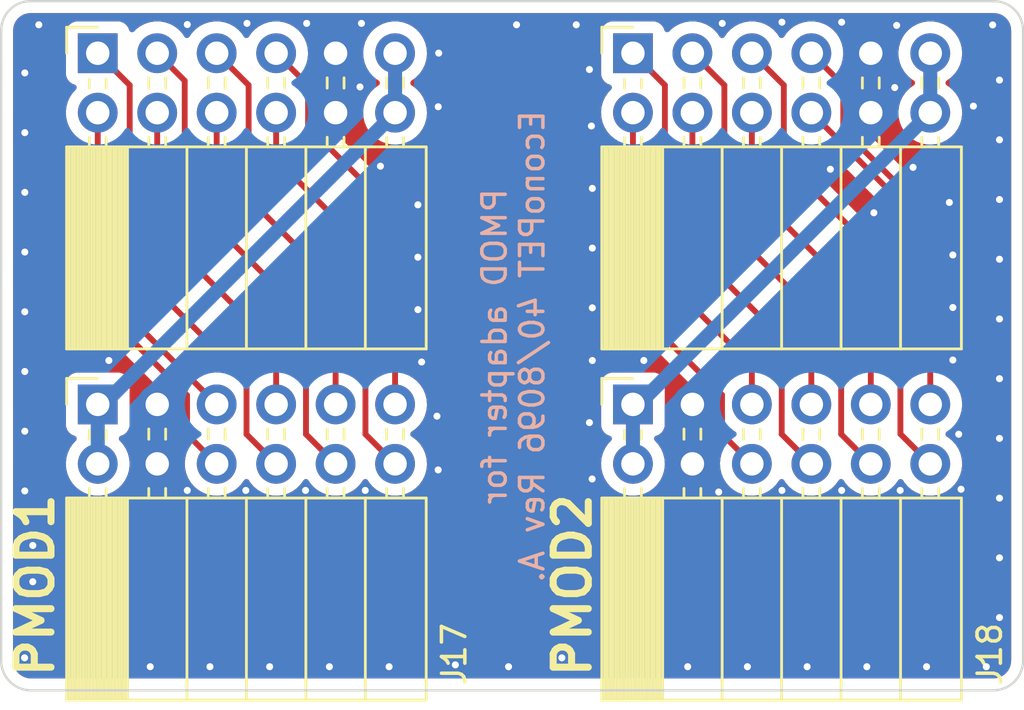
<source format=kicad_pcb>
(kicad_pcb (version 20211014) (generator pcbnew)
  (layers (0 "F.Cu" signal) (31 "B.Cu" signal) (34 "B.Paste" user) (35 "F.Paste" user) (36 "B.SilkS" user "B.Silkscreen") (37 "F.SilkS" user "F.Silkscreen") (38 "B.Mask" user) (39 "F.Mask" user) (44 "Edge.Cuts" user))
  (net 0 "")
  (net 1 "/PMOD1_1")
  (net 2 "/PMOD1_2")
  (net 3 "/PMOD1_3")
  (net 4 "/PMOD1_4")
  (net 5 "/PMOD1_5")
  (net 6 "/PMOD1_6")
  (net 7 "/PMOD1_7")
  (net 8 "/PMOD1_8")
  (net 9 "/PMOD2_1")
  (net 10 "/PMOD2_2")
  (net 11 "/PMOD2_3")
  (net 12 "/PMOD2_4")
  (net 13 "/PMOD2_5")
  (net 14 "/PMOD2_6")
  (net 15 "/PMOD2_7")
  (net 16 "/PMOD2_8")
  (net 17 "Net-(J1-Pad12)")
  (net 18 "Net-(J18-Pad1)")
  (net 19 "GND")
  (footprint "PET:PMOD_Socket_2x06_P2.54mm_Horizontal" (layer "F.Cu") (at 165.535 121.375 90)
    (fp_text reference "J18" (at -10.6732 15.24 90) (layer "F.SilkS"))
    (fp_text value "PMOD2_B")
    (fp_line (start -1.49 12.34) (end -1.05 12.34) (layer "F.SilkS") (width 0.12))
    (fp_line (start -12.63 0.20714) (end -4 0.20714) (layer "F.SilkS") (width 0.12))
    (fp_line (start -12.63 -0.50143) (end -4 -0.50143) (layer "F.SilkS") (width 0.12))
    (fp_line (start -4 -0.36) (end -3.59 -0.36) (layer "F.SilkS") (width 0.12))
    (fp_line (start -12.63 -1.33) (end -4 -1.33) (layer "F.SilkS") (width 0.12))
    (fp_line (start -4 12.34) (end -3.59 12.34) (layer "F.SilkS") (width 0.12))
    (fp_line (start -12.63 8.89) (end -4 8.89) (layer "F.SilkS") (width 0.12))
    (fp_line (start -1.49 9.8) (end -1.05 9.8) (layer "F.SilkS") (width 0.12))
    (fp_line (start -4 10.52) (end -3.59 10.52) (layer "F.SilkS") (width 0.12))
    (fp_line (start -12.63 -1.21) (end -4 -1.21) (layer "F.SilkS") (width 0.12))
    (fp_line (start -12.63 -1.091905) (end -4 -1.091905) (layer "F.SilkS") (width 0.12))
    (fp_line (start -12.63 0.44333) (end -4 0.44333) (layer "F.SilkS") (width 0.12))
    (fp_line (start -4 13.06) (end -3.59 13.06) (layer "F.SilkS") (width 0.12))
    (fp_line (start 1.11 -1.33) (end 1.11 0) (layer "F.SilkS") (width 0.12))
    (fp_line (start -4 7.26) (end -3.59 7.26) (layer "F.SilkS") (width 0.12))
    (fp_line (start -1.49 10.52) (end -1.05 10.52) (layer "F.SilkS") (width 0.12))
    (fp_line (start -4 4.72) (end -3.59 4.72) (layer "F.SilkS") (width 0.12))
    (fp_line (start -1.49 0.36) (end -1.11 0.36) (layer "F.SilkS") (width 0.12))
    (fp_line (start -12.63 0.67952) (end -4 0.67952) (layer "F.SilkS") (width 0.12))
    (fp_line (start -12.63 -0.855715) (end -4 -0.855715) (layer "F.SilkS") (width 0.12))
    (fp_line (start -12.63 -0.619525) (end -4 -0.619525) (layer "F.SilkS") (width 0.12))
    (fp_line (start -12.63 6.35) (end -4 6.35) (layer "F.SilkS") (width 0.12))
    (fp_line (start -4 9.8) (end -3.59 9.8) (layer "F.SilkS") (width 0.12))
    (fp_line (start -12.63 -1.33) (end -12.63 14.03) (layer "F.SilkS") (width 0.12))
    (fp_line (start -12.63 3.81) (end -4 3.81) (layer "F.SilkS") (width 0.12))
    (fp_line (start -12.63 0.089045) (end -4 0.089045) (layer "F.SilkS") (width 0.12))
    (fp_line (start -1.49 2.9) (end -1.05 2.9) (layer "F.SilkS") (width 0.12))
    (fp_line (start -12.63 -0.26524) (end -4 -0.26524) (layer "F.SilkS") (width 0.12))
    (fp_line (start -1.49 2.18) (end -1.05 2.18) (layer "F.SilkS") (width 0.12))
    (fp_line (start -4 0.36) (end -3.59 0.36) (layer "F.SilkS") (width 0.12))
    (fp_line (start -12.63 1.033805) (end -4 1.033805) (layer "F.SilkS") (width 0.12))
    (fp_line (start -1.49 -0.36) (end -1.11 -0.36) (layer "F.SilkS") (width 0.12))
    (fp_line (start -12.63 11.43) (end -4 11.43) (layer "F.SilkS") (width 0.12))
    (fp_line (start -12.63 -0.02905) (end -4 -0.02905) (layer "F.SilkS") (width 0.12))
    (fp_line (start -12.63 14.03) (end -4 14.03) (layer "F.SilkS") (width 0.12))
    (fp_line (start -1.49 7.26) (end -1.05 7.26) (layer "F.SilkS") (width 0.12))
    (fp_line (start -4 -1.33) (end -4 14.03) (layer "F.SilkS") (width 0.12))
    (fp_line (start -1.49 13.06) (end -1.05 13.06) (layer "F.SilkS") (width 0.12))
    (fp_line (start -12.63 -0.383335) (end -4 -0.383335) (layer "F.SilkS") (width 0.12))
    (fp_line (start -1.49 7.98) (end -1.05 7.98) (layer "F.SilkS") (width 0.12))
    (fp_line (start -12.63 -0.73762) (end -4 -0.73762) (layer "F.SilkS") (width 0.12))
    (fp_line (start -12.63 0.561425) (end -4 0.561425) (layer "F.SilkS") (width 0.12))
    (fp_line (start -4 2.18) (end -3.59 2.18) (layer "F.SilkS") (width 0.12))
    (fp_line (start -12.63 -0.147145) (end -4 -0.147145) (layer "F.SilkS") (width 0.12))
    (fp_line (start -1.49 5.44) (end -1.05 5.44) (layer "F.SilkS") (width 0.12))
    (fp_line (start -12.63 0.325235) (end -4 0.325235) (layer "F.SilkS") (width 0.12))
    (fp_line (start -12.63 1.1519) (end -4 1.1519) (layer "F.SilkS") (width 0.12))
    (fp_line (start -12.63 1.27) (end -4 1.27) (layer "F.SilkS") (width 0.12))
    (fp_line (start -12.63 0.797615) (end -4 0.797615) (layer "F.SilkS") (width 0.12))
    (fp_line (start -4 2.9) (end -3.59 2.9) (layer "F.SilkS") (width 0.12))
    (fp_line (start -4 5.44) (end -3.59 5.44) (layer "F.SilkS") (width 0.12))
    (fp_line (start -1.49 4.72) (end -1.05 4.72) (layer "F.SilkS") (width 0.12))
    (fp_line (start -12.63 0.91571) (end -4 0.91571) (layer "F.SilkS") (width 0.12))
    (fp_line (start -12.63 -0.97381) (end -4 -0.97381) (layer "F.SilkS") (width 0.12))
    (fp_line (start -4 7.98) (end -3.59 7.98) (layer "F.SilkS") (width 0.12))
    (fp_line (start 0 -1.33) (end 1.11 -1.33) (layer "F.SilkS") (width 0.12))
    (pad "1" thru_hole rect locked (at 0 0 90) (size 1.7 1.7) (drill 1) (layers *.Cu *.Mask) (net 18 "Net-(J18-Pad1)"))
    (pad "2" thru_hole oval locked (at 0 2.54 90) (size 1.7 1.7) (drill 1) (layers *.Cu *.Mask) (net 19 "GND"))
    (pad "3" thru_hole oval locked (at 0 5.08 90) (size 1.7 1.7) (drill 1) (layers *.Cu *.Mask) (net 9 "/PMOD2_1"))
    (pad "4" thru_hole oval locked (at 0 7.62 90) (size 1.7 1.7) (drill 1) (layers *.Cu *.Mask) (net 10 "/PMOD2_2"))
    (pad "5" thru_hole oval locked (at 0 10.16 90) (size 1.7 1.7) (drill 1) (layers *.Cu *.Mask) (net 11 "/PMOD2_3"))
    (pad "6" thru_hole oval locked (at 0 12.7 90) (size 1.7 1.7) (drill 1) (layers *.Cu *.Mask) (net 12 "/PMOD2_4"))
    (pad "7" thru_hole oval locked (at -2.54 0 90) (size 1.7 1.7) (drill 1) (layers *.Cu *.Mask) (net 18 "Net-(J18-Pad1)"))
    (pad "8" thru_hole oval locked (at -2.54 2.54 90) (size 1.7 1.7) (drill 1) (layers *.Cu *.Mask) (net 19 "GND"))
    (pad "9" thru_hole oval locked (at -2.54 5.08 90) (size 1.7 1.7) (drill 1) (layers *.Cu *.Mask) (net 13 "/PMOD2_5"))
    (pad "10" thru_hole oval locked (at -2.54 7.62 90) (size 1.7 1.7) (drill 1) (layers *.Cu *.Mask) (net 14 "/PMOD2_6"))
    (pad "11" thru_hole oval locked (at -2.54 10.16 90) (size 1.7 1.7) (drill 1) (layers *.Cu *.Mask) (net 15 "/PMOD2_7"))
    (pad "12" thru_hole oval locked (at -2.54 12.7 90) (size 1.7 1.7) (drill 1) (layers *.Cu *.Mask) (net 16 "/PMOD2_8"))
  )
  (footprint "PET:PMOD_Socket_2x06_P2.54mm_Horizontal" (layer "F.Cu") (at 142.675 106.375 90)
    (fp_text reference "J1" hide)
    (fp_text value "PMOD1_A")
    (fp_line (start -4 -0.36) (end -3.59 -0.36) (layer "F.SilkS") (width 0.12))
    (fp_line (start -12.63 -1.33) (end -12.63 14.03) (layer "F.SilkS") (width 0.12))
    (fp_line (start -1.49 4.72) (end -1.05 4.72) (layer "F.SilkS") (width 0.12))
    (fp_line (start -12.63 -1.33) (end -4 -1.33) (layer "F.SilkS") (width 0.12))
    (fp_line (start -12.63 6.35) (end -4 6.35) (layer "F.SilkS") (width 0.12))
    (fp_line (start -1.49 5.44) (end -1.05 5.44) (layer "F.SilkS") (width 0.12))
    (fp_line (start -12.63 0.44333) (end -4 0.44333) (layer "F.SilkS") (width 0.12))
    (fp_line (start -4 -1.33) (end -4 14.03) (layer "F.SilkS") (width 0.12))
    (fp_line (start -12.63 0.67952) (end -4 0.67952) (layer "F.SilkS") (width 0.12))
    (fp_line (start -1.49 2.9) (end -1.05 2.9) (layer "F.SilkS") (width 0.12))
    (fp_line (start -12.63 0.91571) (end -4 0.91571) (layer "F.SilkS") (width 0.12))
    (fp_line (start -12.63 0.089045) (end -4 0.089045) (layer "F.SilkS") (width 0.12))
    (fp_line (start -12.63 -0.383335) (end -4 -0.383335) (layer "F.SilkS") (width 0.12))
    (fp_line (start -12.63 1.033805) (end -4 1.033805) (layer "F.SilkS") (width 0.12))
    (fp_line (start -1.49 9.8) (end -1.05 9.8) (layer "F.SilkS") (width 0.12))
    (fp_line (start -4 10.52) (end -3.59 10.52) (layer "F.SilkS") (width 0.12))
    (fp_line (start -12.63 -0.26524) (end -4 -0.26524) (layer "F.SilkS") (width 0.12))
    (fp_line (start -12.63 -0.619525) (end -4 -0.619525) (layer "F.SilkS") (width 0.12))
    (fp_line (start -1.49 7.26) (end -1.05 7.26) (layer "F.SilkS") (width 0.12))
    (fp_line (start -12.63 -1.091905) (end -4 -1.091905) (layer "F.SilkS") (width 0.12))
    (fp_line (start -4 9.8) (end -3.59 9.8) (layer "F.SilkS") (width 0.12))
    (fp_line (start -12.63 -0.50143) (end -4 -0.50143) (layer "F.SilkS") (width 0.12))
    (fp_line (start 0 -1.33) (end 1.11 -1.33) (layer "F.SilkS") (width 0.12))
    (fp_line (start -12.63 11.43) (end -4 11.43) (layer "F.SilkS") (width 0.12))
    (fp_line (start -1.49 12.34) (end -1.05 12.34) (layer "F.SilkS") (width 0.12))
    (fp_line (start -4 4.72) (end -3.59 4.72) (layer "F.SilkS") (width 0.12))
    (fp_line (start -12.63 0.325235) (end -4 0.325235) (layer "F.SilkS") (width 0.12))
    (fp_line (start -12.63 3.81) (end -4 3.81) (layer "F.SilkS") (width 0.12))
    (fp_line (start -12.63 -0.73762) (end -4 -0.73762) (layer "F.SilkS") (width 0.12))
    (fp_line (start -12.63 8.89) (end -4 8.89) (layer "F.SilkS") (width 0.12))
    (fp_line (start -12.63 0.797615) (end -4 0.797615) (layer "F.SilkS") (width 0.12))
    (fp_line (start -12.63 1.27) (end -4 1.27) (layer "F.SilkS") (width 0.12))
    (fp_line (start -1.49 -0.36) (end -1.11 -0.36) (layer "F.SilkS") (width 0.12))
    (fp_line (start -1.49 2.18) (end -1.05 2.18) (layer "F.SilkS") (width 0.12))
    (fp_line (start -12.63 -0.02905) (end -4 -0.02905) (layer "F.SilkS") (width 0.12))
    (fp_line (start -1.49 0.36) (end -1.11 0.36) (layer "F.SilkS") (width 0.12))
    (fp_line (start -12.63 -0.97381) (end -4 -0.97381) (layer "F.SilkS") (width 0.12))
    (fp_line (start -12.63 -1.21) (end -4 -1.21) (layer "F.SilkS") (width 0.12))
    (fp_line (start -12.63 0.561425) (end -4 0.561425) (layer "F.SilkS") (width 0.12))
    (fp_line (start -4 13.06) (end -3.59 13.06) (layer "F.SilkS") (width 0.12))
    (fp_line (start -12.63 -0.147145) (end -4 -0.147145) (layer "F.SilkS") (width 0.12))
    (fp_line (start -4 5.44) (end -3.59 5.44) (layer "F.SilkS") (width 0.12))
    (fp_line (start -4 0.36) (end -3.59 0.36) (layer "F.SilkS") (width 0.12))
    (fp_line (start -12.63 -0.855715) (end -4 -0.855715) (layer "F.SilkS") (width 0.12))
    (fp_line (start -12.63 1.1519) (end -4 1.1519) (layer "F.SilkS") (width 0.12))
    (fp_line (start -4 2.18) (end -3.59 2.18) (layer "F.SilkS") (width 0.12))
    (fp_line (start -4 7.98) (end -3.59 7.98) (layer "F.SilkS") (width 0.12))
    (fp_line (start -4 2.9) (end -3.59 2.9) (layer "F.SilkS") (width 0.12))
    (fp_line (start -1.49 13.06) (end -1.05 13.06) (layer "F.SilkS") (width 0.12))
    (fp_line (start -4 7.26) (end -3.59 7.26) (layer "F.SilkS") (width 0.12))
    (fp_line (start 1.11 -1.33) (end 1.11 0) (layer "F.SilkS") (width 0.12))
    (fp_line (start -12.63 14.03) (end -4 14.03) (layer "F.SilkS") (width 0.12))
    (fp_line (start -1.49 7.98) (end -1.05 7.98) (layer "F.SilkS") (width 0.12))
    (fp_line (start -4 12.34) (end -3.59 12.34) (layer "F.SilkS") (width 0.12))
    (fp_line (start -1.49 10.52) (end -1.05 10.52) (layer "F.SilkS") (width 0.12))
    (fp_line (start -12.63 0.20714) (end -4 0.20714) (layer "F.SilkS") (width 0.12))
    (pad "1" thru_hole rect locked (at 0 0 90) (size 1.7 1.7) (drill 1) (layers *.Cu *.Mask) (net 1 "/PMOD1_1"))
    (pad "2" thru_hole oval locked (at 0 2.54 90) (size 1.7 1.7) (drill 1) (layers *.Cu *.Mask) (net 2 "/PMOD1_2"))
    (pad "3" thru_hole oval locked (at 0 5.08 90) (size 1.7 1.7) (drill 1) (layers *.Cu *.Mask) (net 3 "/PMOD1_3"))
    (pad "4" thru_hole oval locked (at 0 7.62 90) (size 1.7 1.7) (drill 1) (layers *.Cu *.Mask) (net 4 "/PMOD1_4"))
    (pad "5" thru_hole oval locked (at 0 10.16 90) (size 1.7 1.7) (drill 1) (layers *.Cu *.Mask) (net 19 "GND"))
    (pad "6" thru_hole oval locked (at 0 12.7 90) (size 1.7 1.7) (drill 1) (layers *.Cu *.Mask) (net 17 "Net-(J1-Pad12)"))
    (pad "7" thru_hole oval locked (at -2.54 0 90) (size 1.7 1.7) (drill 1) (layers *.Cu *.Mask) (net 5 "/PMOD1_5"))
    (pad "8" thru_hole oval locked (at -2.54 2.54 90) (size 1.7 1.7) (drill 1) (layers *.Cu *.Mask) (net 6 "/PMOD1_6"))
    (pad "9" thru_hole oval locked (at -2.54 5.08 90) (size 1.7 1.7) (drill 1) (layers *.Cu *.Mask) (net 7 "/PMOD1_7"))
    (pad "10" thru_hole oval locked (at -2.54 7.62 90) (size 1.7 1.7) (drill 1) (layers *.Cu *.Mask) (net 8 "/PMOD1_8"))
    (pad "11" thru_hole oval locked (at -2.54 10.16 90) (size 1.7 1.7) (drill 1) (layers *.Cu *.Mask) (net 19 "GND"))
    (pad "12" thru_hole oval locked (at -2.54 12.7 90) (size 1.7 1.7) (drill 1) (layers *.Cu *.Mask) (net 17 "Net-(J1-Pad12)"))
  )
  (footprint "PET:PMOD_Socket_2x06_P2.54mm_Horizontal" (layer "F.Cu") (at 142.675 121.375 90)
    (fp_text reference "J17" (at -10.6732 15.225 90) (layer "F.SilkS"))
    (fp_text value "PMOD1_B")
    (fp_line (start -4 9.8) (end -3.59 9.8) (layer "F.SilkS") (width 0.12))
    (fp_line (start -12.63 1.27) (end -4 1.27) (layer "F.SilkS") (width 0.12))
    (fp_line (start -4 2.18) (end -3.59 2.18) (layer "F.SilkS") (width 0.12))
    (fp_line (start -12.63 -0.97381) (end -4 -0.97381) (layer "F.SilkS") (width 0.12))
    (fp_line (start -12.63 0.089045) (end -4 0.089045) (layer "F.SilkS") (width 0.12))
    (fp_line (start -4 12.34) (end -3.59 12.34) (layer "F.SilkS") (width 0.12))
    (fp_line (start -12.63 -1.091905) (end -4 -1.091905) (layer "F.SilkS") (width 0.12))
    (fp_line (start -1.49 4.72) (end -1.05 4.72) (layer "F.SilkS") (width 0.12))
    (fp_line (start -4 7.26) (end -3.59 7.26) (layer "F.SilkS") (width 0.12))
    (fp_line (start -12.63 -0.26524) (end -4 -0.26524) (layer "F.SilkS") (width 0.12))
    (fp_line (start -1.49 -0.36) (end -1.11 -0.36) (layer "F.SilkS") (width 0.12))
    (fp_line (start -1.49 7.26) (end -1.05 7.26) (layer "F.SilkS") (width 0.12))
    (fp_line (start -12.63 0.91571) (end -4 0.91571) (layer "F.SilkS") (width 0.12))
    (fp_line (start -4 0.36) (end -3.59 0.36) (layer "F.SilkS") (width 0.12))
    (fp_line (start -12.63 14.03) (end -4 14.03) (layer "F.SilkS") (width 0.12))
    (fp_line (start -12.63 0.797615) (end -4 0.797615) (layer "F.SilkS") (width 0.12))
    (fp_line (start -4 7.98) (end -3.59 7.98) (layer "F.SilkS") (width 0.12))
    (fp_line (start -1.49 7.98) (end -1.05 7.98) (layer "F.SilkS") (width 0.12))
    (fp_line (start -1.49 5.44) (end -1.05 5.44) (layer "F.SilkS") (width 0.12))
    (fp_line (start -1.49 0.36) (end -1.11 0.36) (layer "F.SilkS") (width 0.12))
    (fp_line (start -1.49 13.06) (end -1.05 13.06) (layer "F.SilkS") (width 0.12))
    (fp_line (start -12.63 6.35) (end -4 6.35) (layer "F.SilkS") (width 0.12))
    (fp_line (start -12.63 -1.33) (end -4 -1.33) (layer "F.SilkS") (width 0.12))
    (fp_line (start -4 10.52) (end -3.59 10.52) (layer "F.SilkS") (width 0.12))
    (fp_line (start -1.49 10.52) (end -1.05 10.52) (layer "F.SilkS") (width 0.12))
    (fp_line (start -12.63 -0.50143) (end -4 -0.50143) (layer "F.SilkS") (width 0.12))
    (fp_line (start -12.63 0.44333) (end -4 0.44333) (layer "F.SilkS") (width 0.12))
    (fp_line (start -4 13.06) (end -3.59 13.06) (layer "F.SilkS") (width 0.12))
    (fp_line (start -12.63 -0.02905) (end -4 -0.02905) (layer "F.SilkS") (width 0.12))
    (fp_line (start -12.63 -0.147145) (end -4 -0.147145) (layer "F.SilkS") (width 0.12))
    (fp_line (start -4 5.44) (end -3.59 5.44) (layer "F.SilkS") (width 0.12))
    (fp_line (start -1.49 9.8) (end -1.05 9.8) (layer "F.SilkS") (width 0.12))
    (fp_line (start -12.63 -1.21) (end -4 -1.21) (layer "F.SilkS") (width 0.12))
    (fp_line (start -12.63 0.325235) (end -4 0.325235) (layer "F.SilkS") (width 0.12))
    (fp_line (start -12.63 0.67952) (end -4 0.67952) (layer "F.SilkS") (width 0.12))
    (fp_line (start -1.49 2.9) (end -1.05 2.9) (layer "F.SilkS") (width 0.12))
    (fp_line (start -12.63 0.561425) (end -4 0.561425) (layer "F.SilkS") (width 0.12))
    (fp_line (start -12.63 -0.619525) (end -4 -0.619525) (layer "F.SilkS") (width 0.12))
    (fp_line (start -12.63 3.81) (end -4 3.81) (layer "F.SilkS") (width 0.12))
    (fp_line (start -12.63 1.1519) (end -4 1.1519) (layer "F.SilkS") (width 0.12))
    (fp_line (start -1.49 12.34) (end -1.05 12.34) (layer "F.SilkS") (width 0.12))
    (fp_line (start 1.11 -1.33) (end 1.11 0) (layer "F.SilkS") (width 0.12))
    (fp_line (start -12.63 -0.73762) (end -4 -0.73762) (layer "F.SilkS") (width 0.12))
    (fp_line (start -4 4.72) (end -3.59 4.72) (layer "F.SilkS") (width 0.12))
    (fp_line (start -12.63 1.033805) (end -4 1.033805) (layer "F.SilkS") (width 0.12))
    (fp_line (start -12.63 -0.855715) (end -4 -0.855715) (layer "F.SilkS") (width 0.12))
    (fp_line (start -12.63 0.20714) (end -4 0.20714) (layer "F.SilkS") (width 0.12))
    (fp_line (start -12.63 8.89) (end -4 8.89) (layer "F.SilkS") (width 0.12))
    (fp_line (start 0 -1.33) (end 1.11 -1.33) (layer "F.SilkS") (width 0.12))
    (fp_line (start -12.63 11.43) (end -4 11.43) (layer "F.SilkS") (width 0.12))
    (fp_line (start -1.49 2.18) (end -1.05 2.18) (layer "F.SilkS") (width 0.12))
    (fp_line (start -12.63 -0.383335) (end -4 -0.383335) (layer "F.SilkS") (width 0.12))
    (fp_line (start -4 -1.33) (end -4 14.03) (layer "F.SilkS") (width 0.12))
    (fp_line (start -12.63 -1.33) (end -12.63 14.03) (layer "F.SilkS") (width 0.12))
    (fp_line (start -4 -0.36) (end -3.59 -0.36) (layer "F.SilkS") (width 0.12))
    (fp_line (start -4 2.9) (end -3.59 2.9) (layer "F.SilkS") (width 0.12))
    (pad "1" thru_hole rect locked (at 0 0 90) (size 1.7 1.7) (drill 1) (layers *.Cu *.Mask) (net 17 "Net-(J1-Pad12)"))
    (pad "2" thru_hole oval locked (at 0 2.54 90) (size 1.7 1.7) (drill 1) (layers *.Cu *.Mask) (net 19 "GND"))
    (pad "3" thru_hole oval locked (at 0 5.08 90) (size 1.7 1.7) (drill 1) (layers *.Cu *.Mask) (net 1 "/PMOD1_1"))
    (pad "4" thru_hole oval locked (at 0 7.62 90) (size 1.7 1.7) (drill 1) (layers *.Cu *.Mask) (net 2 "/PMOD1_2"))
    (pad "5" thru_hole oval locked (at 0 10.16 90) (size 1.7 1.7) (drill 1) (layers *.Cu *.Mask) (net 3 "/PMOD1_3"))
    (pad "6" thru_hole oval locked (at 0 12.7 90) (size 1.7 1.7) (drill 1) (layers *.Cu *.Mask) (net 4 "/PMOD1_4"))
    (pad "7" thru_hole oval locked (at -2.54 0 90) (size 1.7 1.7) (drill 1) (layers *.Cu *.Mask) (net 17 "Net-(J1-Pad12)"))
    (pad "8" thru_hole oval locked (at -2.54 2.54 90) (size 1.7 1.7) (drill 1) (layers *.Cu *.Mask) (net 19 "GND"))
    (pad "9" thru_hole oval locked (at -2.54 5.08 90) (size 1.7 1.7) (drill 1) (layers *.Cu *.Mask) (net 5 "/PMOD1_5"))
    (pad "10" thru_hole oval locked (at -2.54 7.62 90) (size 1.7 1.7) (drill 1) (layers *.Cu *.Mask) (net 6 "/PMOD1_6"))
    (pad "11" thru_hole oval locked (at -2.54 10.16 90) (size 1.7 1.7) (drill 1) (layers *.Cu *.Mask) (net 7 "/PMOD1_7"))
    (pad "12" thru_hole oval locked (at -2.54 12.7 90) (size 1.7 1.7) (drill 1) (layers *.Cu *.Mask) (net 8 "/PMOD1_8"))
  )
  (footprint "PET:PMOD_Socket_2x06_P2.54mm_Horizontal" (layer "F.Cu") (at 165.535 106.375 90)
    (fp_text reference "J3" hide)
    (fp_text value "PMOD2_A")
    (fp_line (start -12.63 1.27) (end -4 1.27) (layer "F.SilkS") (width 0.12))
    (fp_line (start -12.63 14.03) (end -4 14.03) (layer "F.SilkS") (width 0.12))
    (fp_line (start -12.63 -0.147145) (end -4 -0.147145) (layer "F.SilkS") (width 0.12))
    (fp_line (start -1.49 13.06) (end -1.05 13.06) (layer "F.SilkS") (width 0.12))
    (fp_line (start -12.63 0.67952) (end -4 0.67952) (layer "F.SilkS") (width 0.12))
    (fp_line (start -4 0.36) (end -3.59 0.36) (layer "F.SilkS") (width 0.12))
    (fp_line (start -12.63 -0.73762) (end -4 -0.73762) (layer "F.SilkS") (width 0.12))
    (fp_line (start -1.49 2.18) (end -1.05 2.18) (layer "F.SilkS") (width 0.12))
    (fp_line (start -12.63 6.35) (end -4 6.35) (layer "F.SilkS") (width 0.12))
    (fp_line (start -12.63 -1.33) (end -4 -1.33) (layer "F.SilkS") (width 0.12))
    (fp_line (start -12.63 0.797615) (end -4 0.797615) (layer "F.SilkS") (width 0.12))
    (fp_line (start -12.63 1.1519) (end -4 1.1519) (layer "F.SilkS") (width 0.12))
    (fp_line (start -12.63 1.033805) (end -4 1.033805) (layer "F.SilkS") (width 0.12))
    (fp_line (start -12.63 11.43) (end -4 11.43) (layer "F.SilkS") (width 0.12))
    (fp_line (start -4 7.98) (end -3.59 7.98) (layer "F.SilkS") (width 0.12))
    (fp_line (start -12.63 -0.02905) (end -4 -0.02905) (layer "F.SilkS") (width 0.12))
    (fp_line (start -12.63 -0.855715) (end -4 -0.855715) (layer "F.SilkS") (width 0.12))
    (fp_line (start -12.63 0.91571) (end -4 0.91571) (layer "F.SilkS") (width 0.12))
    (fp_line (start -4 4.72) (end -3.59 4.72) (layer "F.SilkS") (width 0.12))
    (fp_line (start -4 13.06) (end -3.59 13.06) (layer "F.SilkS") (width 0.12))
    (fp_line (start -1.49 12.34) (end -1.05 12.34) (layer "F.SilkS") (width 0.12))
    (fp_line (start -4 -1.33) (end -4 14.03) (layer "F.SilkS") (width 0.12))
    (fp_line (start -4 5.44) (end -3.59 5.44) (layer "F.SilkS") (width 0.12))
    (fp_line (start -12.63 0.44333) (end -4 0.44333) (layer "F.SilkS") (width 0.12))
    (fp_line (start -12.63 -0.383335) (end -4 -0.383335) (layer "F.SilkS") (width 0.12))
    (fp_line (start -12.63 -0.50143) (end -4 -0.50143) (layer "F.SilkS") (width 0.12))
    (fp_line (start -12.63 -1.21) (end -4 -1.21) (layer "F.SilkS") (width 0.12))
    (fp_line (start -12.63 0.20714) (end -4 0.20714) (layer "F.SilkS") (width 0.12))
    (fp_line (start -1.49 0.36) (end -1.11 0.36) (layer "F.SilkS") (width 0.12))
    (fp_line (start -4 2.18) (end -3.59 2.18) (layer "F.SilkS") (width 0.12))
    (fp_line (start 0 -1.33) (end 1.11 -1.33) (layer "F.SilkS") (width 0.12))
    (fp_line (start -1.49 7.26) (end -1.05 7.26) (layer "F.SilkS") (width 0.12))
    (fp_line (start -4 9.8) (end -3.59 9.8) (layer "F.SilkS") (width 0.12))
    (fp_line (start -4 -0.36) (end -3.59 -0.36) (layer "F.SilkS") (width 0.12))
    (fp_line (start -12.63 -1.33) (end -12.63 14.03) (layer "F.SilkS") (width 0.12))
    (fp_line (start -12.63 0.561425) (end -4 0.561425) (layer "F.SilkS") (width 0.12))
    (fp_line (start -12.63 0.325235) (end -4 0.325235) (layer "F.SilkS") (width 0.12))
    (fp_line (start -12.63 8.89) (end -4 8.89) (layer "F.SilkS") (width 0.12))
    (fp_line (start 1.11 -1.33) (end 1.11 0) (layer "F.SilkS") (width 0.12))
    (fp_line (start -4 12.34) (end -3.59 12.34) (layer "F.SilkS") (width 0.12))
    (fp_line (start -1.49 10.52) (end -1.05 10.52) (layer "F.SilkS") (width 0.12))
    (fp_line (start -12.63 -0.26524) (end -4 -0.26524) (layer "F.SilkS") (width 0.12))
    (fp_line (start -1.49 7.98) (end -1.05 7.98) (layer "F.SilkS") (width 0.12))
    (fp_line (start -12.63 3.81) (end -4 3.81) (layer "F.SilkS") (width 0.12))
    (fp_line (start -1.49 -0.36) (end -1.11 -0.36) (layer "F.SilkS") (width 0.12))
    (fp_line (start -4 2.9) (end -3.59 2.9) (layer "F.SilkS") (width 0.12))
    (fp_line (start -1.49 9.8) (end -1.05 9.8) (layer "F.SilkS") (width 0.12))
    (fp_line (start -4 7.26) (end -3.59 7.26) (layer "F.SilkS") (width 0.12))
    (fp_line (start -12.63 -0.619525) (end -4 -0.619525) (layer "F.SilkS") (width 0.12))
    (fp_line (start -12.63 0.089045) (end -4 0.089045) (layer "F.SilkS") (width 0.12))
    (fp_line (start -4 10.52) (end -3.59 10.52) (layer "F.SilkS") (width 0.12))
    (fp_line (start -1.49 5.44) (end -1.05 5.44) (layer "F.SilkS") (width 0.12))
    (fp_line (start -1.49 2.9) (end -1.05 2.9) (layer "F.SilkS") (width 0.12))
    (fp_line (start -12.63 -1.091905) (end -4 -1.091905) (layer "F.SilkS") (width 0.12))
    (fp_line (start -12.63 -0.97381) (end -4 -0.97381) (layer "F.SilkS") (width 0.12))
    (fp_line (start -1.49 4.72) (end -1.05 4.72) (layer "F.SilkS") (width 0.12))
    (pad "1" thru_hole rect locked (at 0 0 90) (size 1.7 1.7) (drill 1) (layers *.Cu *.Mask) (net 9 "/PMOD2_1"))
    (pad "2" thru_hole oval locked (at 0 2.54 90) (size 1.7 1.7) (drill 1) (layers *.Cu *.Mask) (net 10 "/PMOD2_2"))
    (pad "3" thru_hole oval locked (at 0 5.08 90) (size 1.7 1.7) (drill 1) (layers *.Cu *.Mask) (net 11 "/PMOD2_3"))
    (pad "4" thru_hole oval locked (at 0 7.62 90) (size 1.7 1.7) (drill 1) (layers *.Cu *.Mask) (net 12 "/PMOD2_4"))
    (pad "5" thru_hole oval locked (at 0 10.16 90) (size 1.7 1.7) (drill 1) (layers *.Cu *.Mask) (net 19 "GND"))
    (pad "6" thru_hole oval locked (at 0 12.7 90) (size 1.7 1.7) (drill 1) (layers *.Cu *.Mask) (net 18 "Net-(J18-Pad1)"))
    (pad "7" thru_hole oval locked (at -2.54 0 90) (size 1.7 1.7) (drill 1) (layers *.Cu *.Mask) (net 13 "/PMOD2_5"))
    (pad "8" thru_hole oval locked (at -2.54 2.54 90) (size 1.7 1.7) (drill 1) (layers *.Cu *.Mask) (net 14 "/PMOD2_6"))
    (pad "9" thru_hole oval locked (at -2.54 5.08 90) (size 1.7 1.7) (drill 1) (layers *.Cu *.Mask) (net 15 "/PMOD2_7"))
    (pad "10" thru_hole oval locked (at -2.54 7.62 90) (size 1.7 1.7) (drill 1) (layers *.Cu *.Mask) (net 16 "/PMOD2_8"))
    (pad "11" thru_hole oval locked (at -2.54 10.16 90) (size 1.7 1.7) (drill 1) (layers *.Cu *.Mask) (net 19 "GND"))
    (pad "12" thru_hole oval locked (at -2.54 12.7 90) (size 1.7 1.7) (drill 1) (layers *.Cu *.Mask) (net 18 "Net-(J18-Pad1)"))
  )
  (gr_arc (start 180.93 104.151949) (mid 181.826696 104.509676) (end 182.2 105.4) (layer "Edge.Cuts") (width 0.1))
  (gr_arc (start 139.82 133.58845) (mid 138.92195 133.216501) (end 138.55 132.31845) (layer "Edge.Cuts") (width 0.1))
  (gr_line (start 182.2 132.31845) (end 182.2 105.4) (layer "Edge.Cuts") (width 0.1))
  (gr_arc (start 138.551949 105.421949) (mid 138.909676 104.525253) (end 139.8 104.151949) (layer "Edge.Cuts") (width 0.1))
  (gr_line (start 138.55 132.31845) (end 138.551949 105.421949) (layer "Edge.Cuts") (width 0.1))
  (gr_line (start 139.82 133.58845) (end 180.93 133.58845) (layer "Edge.Cuts") (width 0.1))
  (gr_line (start 180.93 104.151949) (end 139.8 104.151949) (layer "Edge.Cuts") (width 0.1))
  (gr_arc (start 182.2 132.31845) (mid 181.828051 133.216501) (end 180.93 133.58845) (layer "Edge.Cuts") (width 0.1))
  (gr_text "PMOD adapter for\nEconoPET 40/8096 Rev A.\n" (at 160.43 118.9 90) (layer "B.SilkS") (effects (font (size 1 1)) (justify mirror)))
  (gr_text "PMOD2" (at 162.95 129.1 90) (layer "F.SilkS") (effects (font (size 1.5 1.5) (thickness 0.3))))
  (gr_text "PMOD1" (at 140 129.1 90) (layer "F.SilkS") (effects (font (size 1.5 1.5) (thickness 0.3))))
  (segment (start 144.04 117.66) (end 147.755 121.375) (width 0.25) (layer "F.Cu") (net 1))
  (segment (start 142.675 106.375) (end 144.04 107.74) (width 0.25) (layer "F.Cu") (net 1))
  (segment (start 144.04 107.74) (end 144.04 117.66) (width 0.25) (layer "F.Cu") (net 1))
  (segment (start 146.39 107.55) (end 146.39 115.04) (width 0.25) (layer "F.Cu") (net 2))
  (segment (start 150.295 118.945) (end 150.295 121.375) (width 0.25) (layer "F.Cu") (net 2))
  (segment (start 145.215 106.375) (end 146.39 107.55) (width 0.25) (layer "F.Cu") (net 2))
  (segment (start 146.39 115.04) (end 150.295 118.945) (width 0.25) (layer "F.Cu") (net 2))
  (segment (start 152.835 116.285) (end 152.835 121.375) (width 0.25) (layer "F.Cu") (net 3))
  (segment (start 147.755 106.375) (end 149.12 107.74) (width 0.25) (layer "F.Cu") (net 3))
  (segment (start 149.12 107.74) (end 149.12 112.57) (width 0.25) (layer "F.Cu") (net 3))
  (segment (start 149.12 112.57) (end 152.835 116.285) (width 0.25) (layer "F.Cu") (net 3))
  (segment (start 151.66 107.74) (end 151.66 109.51) (width 0.25) (layer "F.Cu") (net 4))
  (segment (start 151.66 109.51) (end 155.375 113.225) (width 0.25) (layer "F.Cu") (net 4))
  (segment (start 150.295 106.375) (end 151.66 107.74) (width 0.25) (layer "F.Cu") (net 4))
  (segment (start 155.375 113.225) (end 155.375 121.375) (width 0.25) (layer "F.Cu") (net 4))
  (segment (start 142.675 117.173299) (end 146.49 120.988299) (width 0.25) (layer "F.Cu") (net 5))
  (segment (start 146.49 122.65) (end 147.755 123.915) (width 0.25) (layer "F.Cu") (net 5))
  (segment (start 142.675 108.915) (end 142.675 117.173299) (width 0.25) (layer "F.Cu") (net 5))
  (segment (start 146.49 120.988299) (end 146.49 122.65) (width 0.25) (layer "F.Cu") (net 5))
  (segment (start 149.03 120.33) (end 149.03 122.65) (width 0.25) (layer "F.Cu") (net 6))
  (segment (start 145.215 108.915) (end 145.215 116.515) (width 0.25) (layer "F.Cu") (net 6))
  (segment (start 145.215 116.515) (end 149.03 120.33) (width 0.25) (layer "F.Cu") (net 6))
  (segment (start 149.03 122.65) (end 150.295 123.915) (width 0.25) (layer "F.Cu") (net 6))
  (segment (start 147.755 108.915) (end 147.755 113.805) (width 0.25) (layer "F.Cu") (net 7))
  (segment (start 151.57 122.65) (end 152.835 123.915) (width 0.25) (layer "F.Cu") (net 7))
  (segment (start 147.755 113.805) (end 151.57 117.62) (width 0.25) (layer "F.Cu") (net 7))
  (segment (start 151.57 117.62) (end 151.57 122.65) (width 0.25) (layer "F.Cu") (net 7))
  (segment (start 150.295 110.895) (end 154.11 114.71) (width 0.25) (layer "F.Cu") (net 8))
  (segment (start 154.11 122.65) (end 155.375 123.915) (width 0.25) (layer "F.Cu") (net 8))
  (segment (start 150.295 108.915) (end 150.295 110.895) (width 0.25) (layer "F.Cu") (net 8))
  (segment (start 154.11 114.71) (end 154.11 122.65) (width 0.25) (layer "F.Cu") (net 8))
  (segment (start 170.615 119.715) (end 170.615 121.375) (width 0.25) (layer "F.Cu") (net 9))
  (segment (start 165.535 106.375) (end 166.9 107.74) (width 0.25) (layer "F.Cu") (net 9))
  (segment (start 166.9 116) (end 170.615 119.715) (width 0.25) (layer "F.Cu") (net 9))
  (segment (start 166.9 107.74) (end 166.9 116) (width 0.25) (layer "F.Cu") (net 9))
  (segment (start 168.075 106.375) (end 169.44 107.74) (width 0.25) (layer "F.Cu") (net 10))
  (segment (start 169.44 113.64) (end 173.155 117.355) (width 0.25) (layer "F.Cu") (net 10))
  (segment (start 173.155 117.355) (end 173.155 121.375) (width 0.25) (layer "F.Cu") (net 10))
  (segment (start 169.44 107.74) (end 169.44 113.64) (width 0.25) (layer "F.Cu") (net 10))
  (segment (start 170.615 106.375) (end 171.98 107.74) (width 0.25) (layer "F.Cu") (net 11))
  (segment (start 171.98 107.74) (end 171.98 110.98) (width 0.25) (layer "F.Cu") (net 11))
  (segment (start 171.98 110.98) (end 175.695 114.695) (width 0.25) (layer "F.Cu") (net 11))
  (segment (start 175.695 114.695) (end 175.695 121.375) (width 0.25) (layer "F.Cu") (net 11))
  (segment (start 173.155 106.375) (end 174.52 107.74) (width 0.25) (layer "F.Cu") (net 12))
  (segment (start 174.52 107.74) (end 174.52 109.64431) (width 0.25) (layer "F.Cu") (net 12))
  (segment (start 178.235 113.35931) (end 178.235 121.375) (width 0.25) (layer "F.Cu") (net 12))
  (segment (start 174.52 109.64431) (end 178.235 113.35931) (width 0.25) (layer "F.Cu") (net 12))
  (segment (start 169.34 122.64) (end 170.615 123.915) (width 0.25) (layer "F.Cu") (net 13))
  (segment (start 165.535 108.915) (end 165.535 117.165) (width 0.25) (layer "F.Cu") (net 13))
  (segment (start 169.34 120.97) (end 169.34 122.64) (width 0.25) (layer "F.Cu") (net 13))
  (segment (start 165.535 117.165) (end 169.34 120.97) (width 0.25) (layer "F.Cu") (net 13))
  (segment (start 168.075 114.725) (end 171.89 118.54) (width 0.25) (layer "F.Cu") (net 14))
  (segment (start 171.89 122.65) (end 173.155 123.915) (width 0.25) (layer "F.Cu") (net 14))
  (segment (start 171.89 118.54) (end 171.89 122.65) (width 0.25) (layer "F.Cu") (net 14))
  (segment (start 168.075 108.915) (end 168.075 114.725) (width 0.25) (layer "F.Cu") (net 14))
  (segment (start 174.43 122.65) (end 175.695 123.915) (width 0.25) (layer "F.Cu") (net 15))
  (segment (start 174.43 116.08) (end 174.43 122.65) (width 0.25) (layer "F.Cu") (net 15))
  (segment (start 170.615 108.915) (end 170.615 112.265) (width 0.25) (layer "F.Cu") (net 15))
  (segment (start 170.615 112.265) (end 174.43 116.08) (width 0.25) (layer "F.Cu") (net 15))
  (segment (start 176.96 122.64) (end 178.235 123.915) (width 0.25) (layer "F.Cu") (net 16))
  (segment (start 173.155 108.915) (end 176.96 112.72) (width 0.25) (layer "F.Cu") (net 16))
  (segment (start 176.96 112.72) (end 176.96 122.64) (width 0.25) (layer "F.Cu") (net 16))
  (segment (start 155.375 108.915) (end 142.915 121.375) (width 0.6) (layer "B.Cu") (net 17))
  (segment (start 142.675 121.375) (end 142.675 123.915) (width 0.6) (layer "B.Cu") (net 17))
  (segment (start 155.375 106.375) (end 155.375 108.915) (width 0.6) (layer "B.Cu") (net 17))
  (segment (start 142.915 121.375) (end 142.675 121.375) (width 0.6) (layer "B.Cu") (net 17))
  (segment (start 165.535 121.375) (end 165.535 123.915) (width 0.6) (layer "B.Cu") (net 18))
  (segment (start 178.235 108.915) (end 165.775 121.375) (width 0.6) (layer "B.Cu") (net 18))
  (segment (start 165.775 121.375) (end 165.535 121.375) (width 0.6) (layer "B.Cu") (net 18))
  (segment (start 178.235 106.375) (end 178.235 108.915) (width 0.6) (layer "B.Cu") (net 18))
  (via (at 179.2 114.993627) (size 0.6) (drill 0.3) (layers "F.Cu" "B.Cu") (net 19))
  (via (at 172.975771 132.57995) (size 0.6) (drill 0.3) (layers "F.Cu" "B.Cu") (net 19))
  (via (at 171.9 105.05) (size 0.6) (drill 0.3) (layers "F.Cu" "B.Cu") (net 19))
  (via (at 139.9 128.95) (size 0.6) (drill 0.3) (layers "F.Cu" "B.Cu") (net 19))
  (via (at 139.559764 114.868664) (size 0.6) (drill 0.3) (layers "F.Cu" "B.Cu") (net 19))
  (via (at 181.1915 120.276802) (size 0.6) (drill 0.3) (layers "F.Cu" "B.Cu") (net 19))
  (via (at 180.899696 105.165851) (size 0.6) (drill 0.3) (layers "F.Cu" "B.Cu") (net 19))
  (via (at 153.939971 105.1) (size 0.6) (drill 0.3) (layers "F.Cu" "B.Cu") (net 19))
  (via (at 176.71698 107.842223) (size 0.6) (drill 0.3) (layers "F.Cu" "B.Cu") (net 19))
  (via (at 163.8 112.14838) (size 0.6) (drill 0.3) (layers "F.Cu" "B.Cu") (net 19))
  (via (at 180.628201 132.57995) (size 0.6) (drill 0.3) (layers "F.Cu" "B.Cu") (net 19))
  (via (at 163.791186 124.560566) (size 0.6) (drill 0.3) (layers "F.Cu" "B.Cu") (net 19))
  (via (at 174.45 105.05) (size 0.6) (drill 0.3) (layers "F.Cu" "B.Cu") (net 19))
  (via (at 154.75 111.2) (size 0.6) (drill 0.3) (layers "F.Cu" "B.Cu") (net 19))
  (via (at 156.35 115.088155) (size 0.6) (drill 0.3) (layers "F.Cu" "B.Cu") (net 19))
  (via (at 180.076772 108.634378) (size 0.6) (drill 0.3) (layers "F.Cu" "B.Cu") (net 19))
  (via (at 181.1915 110.073562) (size 0.6) (drill 0.3) (layers "F.Cu" "B.Cu") (net 19))
  (via (at 144.916861 132.57995) (size 0.6) (drill 0.3) (layers "F.Cu" "B.Cu") (net 19))
  (via (at 156.5085 119.564466) (size 0.6) (drill 0.3) (layers "F.Cu" "B.Cu") (net 19))
  (via (at 155.120101 132.57995) (size 0.6) (drill 0.3) (layers "F.Cu" "B.Cu") (net 19))
  (via (at 143.15 119.5) (size 0.6) (drill 0.3) (layers "F.Cu" "B.Cu") (net 19))
  (via (at 177.5 111.25) (size 0.6) (drill 0.3) (layers "F.Cu" "B.Cu") (net 19))
  (via (at 163.6765 107.070629) (size 0.6) (drill 0.3) (layers "F.Cu" "B.Cu") (net 19))
  (via (at 167.874151 132.57995) (size 0.6) (drill 0.3) (layers "F.Cu" "B.Cu") (net 19))
  (via (at 179.05 112.75) (size 0.6) (drill 0.3) (layers "F.Cu" "B.Cu") (net 19))
  (via (at 149.05 105.1) (size 0.6) (drill 0.3) (layers "F.Cu" "B.Cu") (net 19))
  (via (at 179.45 122.65) (size 0.6) (drill 0.3) (layers "F.Cu" "B.Cu") (net 19))
  (via (at 139.55 132.2) (size 0.6) (drill 0.3) (layers "F.Cu" "B.Cu") (net 19))
  (via (at 139.559395 119.970284) (size 0.6) (drill 0.3) (layers "F.Cu" "B.Cu") (net 19))
  (via (at 151.55 125.05) (size 0.6) (drill 0.3) (layers "F.Cu" "B.Cu") (net 19))
  (via (at 140.158341 105.160449) (size 0.6) (drill 0.3) (layers "F.Cu" "B.Cu") (net 19))
  (via (at 160.221721 132.57995) (size 0.6) (drill 0.3) (layers "F.Cu" "B.Cu") (net 19))
  (via (at 166 119.5) (size 0.6) (drill 0.3) (layers "F.Cu" "B.Cu") (net 19))
  (via (at 157.215499 124.174095) (size 0.6) (drill 0.3) (layers "F.Cu" "B.Cu") (net 19))
  (via (at 173.968246 111.331256) (size 0.6) (drill 0.3) (layers "F.Cu" "B.Cu") (net 19))
  (via (at 139.559579 117.419474) (size 0.6) (drill 0.3) (layers "F.Cu" "B.Cu") (net 19))
  (via (at 157.164748 121.877635) (size 0.6) (drill 0.3) (layers "F.Cu" "B.Cu") (net 19))
  (via (at 160.562854 105.160449) (size 0.6) (drill 0.3) (layers "F.Cu" "B.Cu") (net 19))
  (via (at 163.8 117.25) (size 0.6) (drill 0.3) (layers "F.Cu" "B.Cu") (net 19))
  (via (at 179.55 125) (size 0.6) (drill 0.3) (layers "F.Cu" "B.Cu") (net 19))
  (via (at 181.1915 125.378422) (size 0.6) (drill 0.3) (layers "F.Cu" "B.Cu") (net 19))
  (via (at 154.1 125.05) (size 0.6) (drill 0.3) (layers "F.Cu" "B.Cu") (net 19))
  (via (at 146.5 125.05) (size 0.6) (drill 0.3) (layers "F.Cu" "B.Cu") (net 19))
  (via (at 175.8265 113.18951) (size 0.6) (drill 0.3) (layers "F.Cu" "B.Cu") (net 19))
  (via (at 163.8 119.5) (size 0.6) (drill 0.3) (layers "F.Cu" "B.Cu") (net 19))
  (via (at 179.2 117.237254) (size 0.6) (drill 0.3) (layers "F.Cu" "B.Cu") (net 19))
  (via (at 157.95 132.5) (size 0.6) (drill 0.3) (layers "F.Cu" "B.Cu") (net 19))
  (via (at 181.1915 122.827612) (size 0.6) (drill 0.3) (layers "F.Cu" "B.Cu") (net 19))
  (via (at 139.55921 122.521094) (size 0.6) (drill 0.3) (layers "F.Cu" "B.Cu") (net 19))
  (via (at 139.9 127.4) (size 0.6) (drill 0.3) (layers "F.Cu" "B.Cu") (net 19))
  (via (at 181.1915 115.175182) (size 0.6) (drill 0.3) (layers "F.Cu" "B.Cu") (net 19))
  (via (at 181.1915 117.725992) (size 0.6) (drill 0.3) (layers "F.Cu" "B.Cu") (net 19))
  (via (at 176.95 125.05) (size 0.6) (drill 0.3) (layers "F.Cu" "B.Cu") (net 19))
  (via (at 176.799971 105.18653) (size 0.6) (drill 0.3) (layers "F.Cu" "B.Cu") (net 19))
  (via (at 169.198245 125.118091) (size 0.6) (drill 0.3) (layers "F.Cu" "B.Cu") (net 19))
  (via (at 181.1915 107.522752) (size 0.6) (drill 0.3) (layers "F.Cu" "B.Cu") (net 19))
  (via (at 150.018481 132.57995) (size 0.6) (drill 0.3) (layers "F.Cu" "B.Cu") (net 19))
  (via (at 163.6765 122.152182) (size 0.6) (drill 0.3) (layers "F.Cu" "B.Cu") (net 19))
  (via (at 181.1915 130.480042) (size 0.6) (drill 0.3) (layers "F.Cu" "B.Cu") (net 19))
  (via (at 151.6 105.1) (size 0.6) (drill 0.3) (layers "F.Cu" "B.Cu") (net 19))
  (via (at 157.219062 108.662238) (size 0.6) (drill 0.3) (layers "F.Cu" "B.Cu") (net 19))
  (via (at 146.5 105.15) (size 0.6) (drill 0.3) (layers "F.Cu" "B.Cu") (net 19))
  (via (at 156.349902 112.85) (size 0.6) (drill 0.3) (layers "F.Cu" "B.Cu") (net 19))
  (via (at 174.45 125.05) (size 0.6) (drill 0.3) (layers "F.Cu" "B.Cu") (net 19))
  (via (at 175.526581 132.57995) (size 0.6) (drill 0.3) (layers "F.Cu" "B.Cu") (net 19))
  (via (at 162.5 132.2) (size 0.6) (drill 0.3) (layers "F.Cu" "B.Cu") (net 19))
  (via (at 181.1915 112.624372) (size 0.6) (drill 0.3) (layers "F.Cu" "B.Cu") (net 19))
  (via (at 170.424961 132.57995) (size 0.6) (drill 0.3) (layers "F.Cu" "B.Cu") (net 19))
  (via (at 139.560134 109.767044) (size 0.6) (drill 0.3) (layers "F.Cu" "B.Cu") (net 19))
  (via (at 181.1915 127.929232) (size 0.6) (drill 0.3) (layers "F.Cu" "B.Cu") (net 19))
  (via (at 157.238246 106.370934) (size 0.6) (drill 0.3) (layers "F.Cu" "B.Cu") (net 19))
  (via (at 171.9 125.05) (size 0.6) (drill 0.3) (layers "F.Cu" "B.Cu") (net 19))
  (via (at 149 125.05) (size 0.6) (drill 0.3) (layers "F.Cu" "B.Cu") (net 19))
  (via (at 139.560319 107.216234) (size 0.6) (drill 0.3) (layers "F.Cu" "B.Cu") (net 19))
  (via (at 163.8 114.69919) (size 0.6) (drill 0.3) (layers "F.Cu" "B.Cu") (net 19))
  (via (at 163.113664 105.160449) (size 0.6) (drill 0.3) (layers "F.Cu" "B.Cu") (net 19))
  (via (at 156.35 117.32631) (size 0.6) (drill 0.3) (layers "F.Cu" "B.Cu") (net 19))
  (via (at 139.559949 112.317854) (size 0.6) (drill 0.3) (layers "F.Cu" "B.Cu") (net 19))
  (via (at 178.077391 132.57995) (size 0.6) (drill 0.3) (layers "F.Cu" "B.Cu") (net 19))
  (via (at 139.559025 125.071904) (size 0.6) (drill 0.3) (layers "F.Cu" "B.Cu") (net 19))
  (via (at 179.2 119.480883) (size 0.6) (drill 0.3) (layers "F.Cu" "B.Cu") (net 19))
  (via (at 147.467671 132.57995) (size 0.6) (drill 0.3) (layers "F.Cu" "B.Cu") (net 19))
  (via (at 163.761065 109.484804) (size 0.6) (drill 0.3) (layers "F.Cu" "B.Cu") (net 19))
  (via (at 153.875901 107.814485) (size 0.6) (drill 0.3) (layers "F.Cu" "B.Cu") (net 19))
  (via (at 169.35 105.1) (size 0.6) (drill 0.3) (layers "F.Cu" "B.Cu") (net 19))
  (via (at 152.569291 132.57995) (size 0.6) (drill 0.3) (layers "F.Cu" "B.Cu") (net 19))
  (zone (net 19) (net_name "GND") (layers F&B.Cu) (connect_pads (clearance 0.508)) (min_thickness 0.254) (fill yes (thermal_gap 0.508) (thermal_bridge_width 0.508))
    (polygon (pts (xy 182.2 133.6) (xy 138.5 133.6) (xy 138.5 104.15) (xy 182.2 104.15)))
  )
)
</source>
